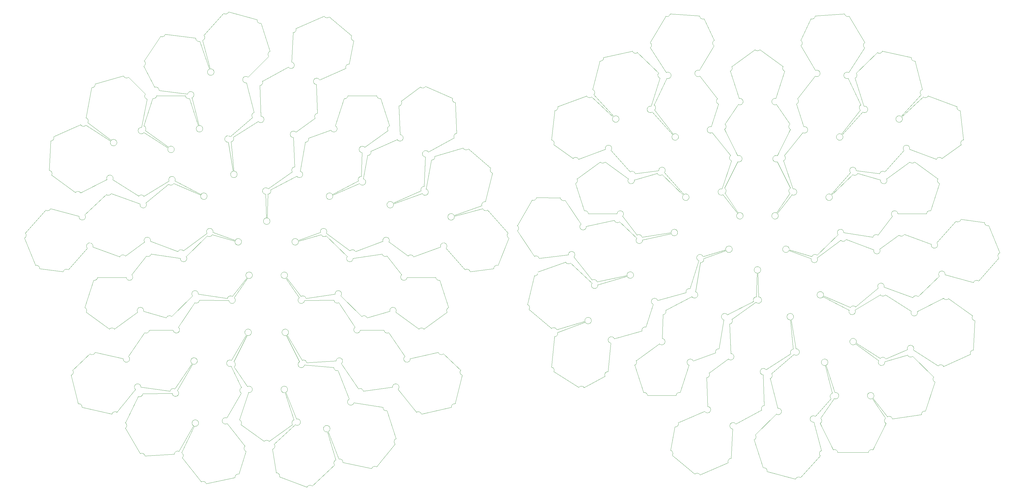
<source format=gbr>
%TF.GenerationSoftware,KiCad,Pcbnew,8.0.5*%
%TF.CreationDate,2024-10-17T15:54:23-04:00*%
%TF.ProjectId,orb_generated,6f72625f-6765-46e6-9572-617465642e6b,rev?*%
%TF.SameCoordinates,Original*%
%TF.FileFunction,Profile,NP*%
%FSLAX46Y46*%
G04 Gerber Fmt 4.6, Leading zero omitted, Abs format (unit mm)*
G04 Created by KiCad (PCBNEW 8.0.5) date 2024-10-17 15:54:23*
%MOMM*%
%LPD*%
G01*
G04 APERTURE LIST*
%TA.AperFunction,Profile*%
%ADD10C,0.050000*%
%TD*%
G04 APERTURE END LIST*
D10*
X8546000Y26624000D02*
X514000Y20902000D01*
X175608087Y19382380D02*
G75*
G02*
X175729055Y21168433I698413J849820D01*
G01*
X-13192000Y-15882000D02*
X-22946000Y-14428000D01*
X151591087Y49364380D02*
X149151087Y41792380D01*
X-21943000Y-77550000D02*
G75*
G02*
X-20290001Y-78147000I601808J-920636D01*
G01*
X-10907000Y-15668000D02*
G75*
G02*
X-12701999Y-16608000I-698376J-850241D01*
G01*
X143888087Y-13649620D02*
X145520087Y-3924620D01*
X-33668000Y-22408000D02*
G75*
G02*
X-31932000Y-21971000I1024099J-401608D01*
G01*
X216868087Y-15626620D02*
X207209087Y-12122620D01*
X-57554000Y-34049000D02*
X-48164000Y-36121000D01*
X27962000Y100000D02*
G75*
G02*
X29774029Y-155986I820700J-731900D01*
G01*
X-47464000Y-57706000D02*
G75*
G02*
X-47400000Y-59535000I-578592J-935866D01*
G01*
X187425087Y-38450620D02*
X189814087Y-47765620D01*
X213992087Y5608380D02*
G75*
G02*
X212168125Y5353413I-994987J466320D01*
G01*
X113662087Y34219380D02*
X104647087Y30870380D01*
X-18272000Y5532000D02*
G75*
G02*
X-20008000Y5094000I-1024776J402378D01*
G01*
X-40168000Y51005000D02*
G75*
G02*
X-40711000Y52766000I303410J1057772D01*
G01*
X-25954000Y51236000D02*
G75*
G02*
X-27293000Y52209000I-243136J1073243D01*
G01*
X125937087Y-26790620D02*
X116695087Y-29450620D01*
X179216087Y70814380D02*
X182624087Y78002380D01*
X233002087Y10644380D02*
G75*
G02*
X231277120Y9998424I-1073087J239420D01*
G01*
X175729087Y40873380D02*
X171333087Y32046380D01*
X245698087Y-2346620D02*
G75*
G02*
X245997060Y-614567I803013J753220D01*
G01*
X-71461000Y38416000D02*
X-62458000Y42441000D01*
X113588087Y29909380D02*
X121368087Y24257380D01*
X59330000Y-34540000D02*
G75*
G02*
X57553993Y-34049002I-727600J825700D01*
G01*
X23286000Y-36914000D02*
G75*
G02*
X25081031Y-37798038I1099200J-32500D01*
G01*
X104746087Y-45798620D02*
G75*
G02*
X106535125Y-45851594I875613J-664980D01*
G01*
X209987087Y11660380D02*
X205110087Y5375380D01*
X146778087Y78002380D02*
G75*
G02*
X145299108Y79011380I-378987J1032920D01*
G01*
X187425087Y-38450620D02*
G75*
G02*
X187683090Y-38375626I-175687J1085720D01*
G01*
X171355087Y12644380D02*
X176232087Y18929380D01*
X-60634000Y42300000D02*
G75*
G02*
X-62458000Y42441000I-864902J679767D01*
G01*
X-26556000Y52753000D02*
G75*
G02*
X-25113000Y51479999I1074178J-236725D01*
G01*
X-80997000Y6061000D02*
G75*
G02*
X-81296000Y4329000I-802967J-753190D01*
G01*
X106791087Y-23578620D02*
G75*
G02*
X106882078Y-23846624I1078513J216720D01*
G01*
X29273000Y-50973000D02*
X39015000Y-52502000D01*
X-6875000Y-28199000D02*
X-11885000Y-36693000D01*
X116478087Y45235380D02*
G75*
G02*
X116277094Y45036375I666913J-874580D01*
G01*
X-38748000Y-995000D02*
X-28994000Y-2448000D01*
X107261087Y8308380D02*
X116667087Y10307380D01*
X117569087Y12565380D02*
X107953087Y12565380D01*
X153794087Y42659380D02*
G75*
G02*
X153673090Y40873376I-698487J-849780D01*
G01*
X51113000Y-26195000D02*
G75*
G02*
X52768000Y-26195000I827500J-725508D01*
G01*
X11531000Y-15215000D02*
G75*
G02*
X13191998Y-15882001I592330J-926600D01*
G01*
X-12762000Y80333000D02*
G75*
G02*
X-14453000Y79834001I-1031291J380106D01*
G01*
X173820087Y60420380D02*
X170848087Y51274380D01*
X-12920000Y36544000D02*
X-11288000Y26819000D01*
X190655087Y-47521620D02*
X187683087Y-38375620D01*
X184739087Y-2255620D02*
X192663087Y3614380D01*
X109368087Y54277380D02*
X111833087Y63825380D01*
X156356087Y-59791620D02*
G75*
G02*
X157428068Y-58093632I156113J1088820D01*
G01*
X29273000Y-50973000D02*
G75*
G02*
X27710018Y-49723036I-1066900J268100D01*
G01*
X-28526000Y-67750000D02*
X-24336000Y-58823000D01*
X22982000Y42090000D02*
X25954000Y51236000D01*
X-40168000Y51005000D02*
X-41965000Y41558000D01*
X-42968000Y18436000D02*
G75*
G02*
X-41210000Y18417000I871848J-671247D01*
G01*
X207669087Y-14721620D02*
G75*
G02*
X205911036Y-14702658I-871887J671320D01*
G01*
X8345000Y63506000D02*
G75*
G02*
X7273005Y61808003I-156130J-1088820D01*
G01*
X184739087Y-2255620D02*
G75*
G02*
X182735010Y-2550600I-939587J-571780D01*
G01*
X154069087Y401380D02*
G75*
G02*
X154152090Y145381I1080013J208720D01*
G01*
X34985000Y33568000D02*
G75*
G02*
X33848003Y32118032I-1041600J-354000D01*
G01*
X224898087Y2802380D02*
G75*
G02*
X223032115Y2328373I-801787J-753480D01*
G01*
X20376000Y-60752000D02*
G75*
G02*
X20642995Y-60659991I-222000J1077600D01*
G01*
X-32439000Y-47030000D02*
X-42214000Y-45729000D01*
X165086087Y-15372620D02*
X164836087Y-7421620D01*
X182973087Y-1817620D02*
X175333087Y401380D01*
X-22475000Y70436000D02*
X-19224000Y61126000D01*
X140705087Y-13912620D02*
X131204087Y-16551620D01*
X-51932000Y-54727000D02*
X-61966000Y-52513000D01*
X31932000Y-21971000D02*
G75*
G02*
X33667995Y-22408002I711900J-838600D01*
G01*
X201939087Y-67674620D02*
X191664087Y-67674620D01*
X-46376000Y-35408000D02*
X-40991000Y-27441000D01*
X40358000Y-53645000D02*
G75*
G02*
X39014988Y-52501999I-245800J1071700D01*
G01*
X132735087Y-29332620D02*
G75*
G02*
X131773105Y-31149604I-134987J-1091680D01*
G01*
X89854087Y-1746620D02*
G75*
G02*
X91452094Y-2478618I522613J-969380D01*
G01*
X2517000Y-64874000D02*
X9523000Y-58288000D01*
X-6875000Y-28199000D02*
G75*
G02*
X-6632000Y-28332000I645376J890657D01*
G01*
X-72498000Y14254000D02*
G75*
G02*
X-74182000Y13750001I-1031687J381797D01*
G01*
X225760087Y22683380D02*
X222788087Y13537380D01*
X102020087Y-4051620D02*
X109184087Y-10827620D01*
X43089000Y-64819000D02*
G75*
G02*
X43420002Y-63019004I766010J789570D01*
G01*
X150634087Y-34203620D02*
X143149087Y-36899620D01*
X97670087Y-27366620D02*
X106882087Y-23846620D01*
X129997087Y49098380D02*
G75*
G02*
X130186058Y47351410I-563687J-944680D01*
G01*
X-61030000Y12183000D02*
X-53887000Y18981000D01*
X30835000Y-46310000D02*
G75*
G02*
X32438997Y-47030001I531100J-963500D01*
G01*
X51791000Y20273000D02*
G75*
G02*
X52779999Y21726028I1041500J354200D01*
G01*
X126453087Y-47521620D02*
G75*
G02*
X127792091Y-48494620I243113J-1073280D01*
G01*
X61966000Y-52513000D02*
X51932000Y-54727000D01*
X14067000Y37918000D02*
X21552000Y40614000D01*
X224755087Y30870380D02*
X215740087Y34219380D01*
X-31183000Y22699000D02*
G75*
G02*
X-32929000Y22453000I-964709J527911D01*
G01*
X185894087Y-56136620D02*
G75*
G02*
X185774057Y-57922572I-696787J-850180D01*
G01*
X-10549000Y3569000D02*
G75*
G02*
X-10632000Y3313000I996992J-464699D01*
G01*
X123993087Y-36801620D02*
X131773087Y-31149620D01*
X13555000Y-79279000D02*
G75*
G02*
X15277003Y-78928996I992550J-472210D01*
G01*
X213871087Y33760380D02*
X207437087Y26614380D01*
X-11028000Y-37159000D02*
G75*
G02*
X-10907000Y-38944999I-577507J-936224D01*
G01*
X66576000Y-6284000D02*
G75*
G02*
X68300984Y-6930004I651800J-885600D01*
G01*
X-41105000Y63901000D02*
G75*
G02*
X-41210000Y62115000I-690488J-855492D01*
G01*
X-52768000Y-26195000D02*
G75*
G02*
X-51113000Y-26195000I827500J-725508D01*
G01*
X60547000Y-20543000D02*
G75*
G02*
X61058988Y-18968971I945000J562900D01*
G01*
X-43333000Y-20543000D02*
X-51113000Y-26195000D01*
X191745087Y5528380D02*
X184709087Y-1379620D01*
X-42968000Y18436000D02*
X-51644000Y23939000D01*
X-49291000Y-1894000D02*
G75*
G02*
X-47467000Y-1639000I995013J-466285D01*
G01*
X145357087Y58762380D02*
X151270087Y51178380D01*
X-22724000Y42165000D02*
G75*
G02*
X-22982000Y42090000I175707J-1085692D01*
G01*
X87494087Y-17946620D02*
X89781087Y-8354620D01*
X60547000Y-20543000D02*
X52768000Y-26195000D01*
X147994087Y-52190620D02*
X147668087Y-42579620D01*
X-64182000Y19678000D02*
X-72169000Y25462000D01*
X146667087Y-2550620D02*
G75*
G02*
X145520090Y-3924579I-1064387J-277180D01*
G01*
X171333087Y29995380D02*
G75*
G02*
X171333101Y32046415I-398687J1025520D01*
G01*
X207830087Y-57922620D02*
X203433087Y-66749620D01*
X171138087Y49239380D02*
X175608087Y42659380D01*
X-52193000Y37172000D02*
X-60044000Y43141000D01*
X242308087Y8530380D02*
G75*
G02*
X240892045Y9624382I-316387J1053920D01*
G01*
X34985000Y33568000D02*
X43770000Y37479000D01*
X9847000Y74800000D02*
G75*
G02*
X8846999Y73355019I-1044600J-345600D01*
G01*
X216868087Y-15626620D02*
G75*
G02*
X218588102Y-15266603I995513J-467380D01*
G01*
X217569087Y63825380D02*
X220034087Y54277380D01*
X-61059000Y-18969000D02*
G75*
G02*
X-60547000Y-20543000I-433072J-1011145D01*
G01*
X109231087Y-9731620D02*
X103096087Y-2011620D01*
X197629087Y-31149620D02*
X205409087Y-36801620D01*
X-20038000Y5970000D02*
G75*
G02*
X-18034001Y6265000I939543J571782D01*
G01*
X107261087Y8308380D02*
G75*
G02*
X105479088Y9035379I-1092487J-130380D01*
G01*
X203238087Y-49556620D02*
X207709087Y-56136620D01*
X72194000Y15235000D02*
G75*
G02*
X73420007Y16593047I1066300J269800D01*
G01*
X224264087Y-43989620D02*
G75*
G02*
X223846048Y-42282588I432913J1010720D01*
G01*
X45178000Y50386000D02*
G75*
G02*
X44384002Y48722982I-939700J-572400D01*
G01*
X186719087Y-15308620D02*
G75*
G02*
X186838089Y-15057621I-926387J592920D01*
G01*
X10632000Y3313000D02*
G75*
G02*
X10549000Y3569000I-1080000J-208700D01*
G01*
X31409000Y-26556000D02*
X39364000Y-26575000D01*
X123393087Y23904380D02*
G75*
G02*
X121368118Y24257362I-1079887J-210180D01*
G01*
X-11178000Y38256000D02*
G75*
G02*
X-11952000Y36671001I-979865J-502987D01*
G01*
X-32928000Y34864000D02*
G75*
G02*
X-33079000Y34641000I828302J-723491D01*
G01*
X185764087Y-68801620D02*
X179154087Y-76119620D01*
X-6654000Y-8930000D02*
G75*
G02*
X-6437000Y-9088000I751129J803598D01*
G01*
X31409000Y-26556000D02*
G75*
G02*
X29624958Y-25594947I-1095500J102800D01*
G01*
X24179000Y-17375000D02*
X29625000Y-25595000D01*
X44784000Y39115000D02*
G75*
G02*
X43769994Y37478997I-53800J-1098900D01*
G01*
X704000Y65408000D02*
X-6279000Y58445000D01*
X9847000Y74800000D02*
X19265000Y78906000D01*
X156155087Y-22909620D02*
G75*
G02*
X155352088Y-24553624I-948387J-554880D01*
G01*
X137408087Y-48494620D02*
X127792087Y-48494620D01*
X47467000Y-1639000D02*
G75*
G02*
X49291022Y-1893990I829000J-721300D01*
G01*
X126131087Y3749380D02*
G75*
G02*
X124180032Y4295424I-1091087J-139880D01*
G01*
X128701087Y70016380D02*
G75*
G02*
X128741096Y68259369I-641987J-893580D01*
G01*
X29165000Y70636000D02*
X27697000Y62817000D01*
X126131087Y3749380D02*
X135757087Y5889380D01*
X6147000Y-47560000D02*
X9119000Y-56706000D01*
X137408087Y-48494620D02*
G75*
G02*
X138747086Y-47521626I1095813J-100180D01*
G01*
X65616000Y-41720000D02*
G75*
G02*
X65113972Y-40001978I362200J1038200D01*
G01*
X-68301000Y-6930000D02*
G75*
G02*
X-66576000Y-6284001I1073163J-239530D01*
G01*
X113662087Y34219380D02*
G75*
G02*
X115531139Y33760332I1061613J287920D01*
G01*
X40409000Y-1661000D02*
X45286000Y-7946000D01*
X158069087Y32046380D02*
X153673087Y40873380D01*
X-60673000Y44782000D02*
X-58753000Y54875000D01*
X16707000Y55905000D02*
X17033000Y46294000D01*
X123393087Y23904380D02*
X131033087Y26122380D01*
X91003087Y-6992620D02*
X100294087Y-3687620D01*
X197471087Y-19802620D02*
X205911087Y-14702620D01*
X6632000Y-28332000D02*
X11028000Y-37159000D01*
X53346000Y55321000D02*
G75*
G02*
X51567029Y55126026I-959200J538600D01*
G01*
X26549000Y61376000D02*
X17734000Y57532000D01*
X177621087Y-32829620D02*
X175989087Y-23104620D01*
X208034087Y24257380D02*
G75*
G02*
X206009099Y23904378I-945087J-563180D01*
G01*
X164566087Y-7421620D02*
G75*
G02*
X164836087Y-7421620I135000J1091843D01*
G01*
X42508000Y15837000D02*
X52167000Y19341000D01*
X11885000Y-36693000D02*
G75*
G02*
X13443000Y-37520000I470600J-994500D01*
G01*
X11885000Y-36693000D02*
X6875000Y-28199000D01*
X125937087Y-26790620D02*
G75*
G02*
X127263092Y-25511597I1079013J208220D01*
G01*
X22137000Y18772000D02*
X31183000Y22699000D01*
X163363087Y-16888620D02*
G75*
G02*
X164316085Y-15372590I1019113J416920D01*
G01*
X-40536000Y16177000D02*
G75*
G02*
X-42508000Y15837000I-908383J-620179D01*
G01*
X20376000Y-60752000D02*
X23219000Y-70194000D01*
X132769087Y25685380D02*
G75*
G02*
X131033104Y26122387I-711887J838620D01*
G01*
X175879087Y-34541620D02*
X167560087Y-39836620D01*
X74182000Y13750000D02*
G75*
G02*
X72498017Y14254006I-652300J885800D01*
G01*
X-41219000Y42090000D02*
X-38248000Y51236000D01*
X141719087Y-38375620D02*
X138747087Y-47521620D01*
X63335000Y49841000D02*
G75*
G02*
X62348063Y51295979I55700J1100000D01*
G01*
X101236087Y-1253620D02*
X91452087Y-2478620D01*
X30763000Y23580000D02*
G75*
G02*
X31714999Y25096011I1017600J417900D01*
G01*
X178132087Y51178380D02*
G75*
G02*
X177811072Y49364415I-751587J-802380D01*
G01*
X-11178000Y38256000D02*
X-2859000Y43551000D01*
X-63225000Y-51287000D02*
X-65616000Y-41720000D01*
X18034000Y6265000D02*
G75*
G02*
X20038006Y5969997I1064460J276780D01*
G01*
X207434087Y-37155620D02*
G75*
G02*
X205409123Y-36801642I-1079987J-209180D01*
G01*
X27293000Y52209000D02*
G75*
G02*
X25954000Y51235999I-1095790J100140D01*
G01*
X-65114000Y-40002000D02*
G75*
G02*
X-65616000Y-41720001I-864163J-679834D01*
G01*
X-13240000Y-57968000D02*
G75*
G02*
X-13381000Y-56049000I-602077J920442D01*
G01*
X225731087Y-8468620D02*
X218588087Y-15266620D01*
X149513087Y39799380D02*
X155649087Y32079380D01*
X-1914000Y76505000D02*
G75*
G02*
X-3240000Y77767000I-241724J1073640D01*
G01*
X-25081000Y-37798000D02*
X-30835000Y-46310000D01*
X11288000Y26819000D02*
X12920000Y36544000D01*
X143888087Y-13649620D02*
G75*
G02*
X142683089Y-15308619I-280087J-1063680D01*
G01*
X184170087Y60682380D02*
G75*
G02*
X184045046Y58762316I469513J-994680D01*
G01*
X237199087Y-10539620D02*
G75*
G02*
X238883115Y-10035582I1031713J-381780D01*
G01*
X-25954000Y51236000D02*
X-22982000Y42090000D01*
X208333087Y-55683620D02*
X203456087Y-49398620D01*
X-26556000Y52753000D02*
X-36096000Y53964000D01*
X-22018000Y19023000D02*
X-30763000Y23580000D01*
X12702000Y-16608000D02*
X22563000Y-16516000D01*
X166615087Y-72790620D02*
X163583087Y-63407620D01*
X62900000Y38044000D02*
G75*
G02*
X63762000Y39576001I1007900J441400D01*
G01*
X205901087Y-36077620D02*
X197780087Y-30926620D01*
X191745087Y5528380D02*
G75*
G02*
X193695097Y6162379I851613J696520D01*
G01*
X-827000Y-63932000D02*
X-8607000Y-58280000D01*
X-13240000Y-57968000D02*
X-7269000Y-65506000D01*
X-46340000Y58387000D02*
X-40711000Y52766000D01*
X-36909000Y52209000D02*
G75*
G02*
X-38248000Y51235999I-1095865J100244D01*
G01*
X185764087Y-68801620D02*
G75*
G02*
X186194076Y-67023590I807113J745820D01*
G01*
X132735087Y-29332620D02*
X132986087Y-21381620D01*
X1338000Y20603000D02*
X10083000Y25160000D01*
X148475087Y-40922620D02*
G75*
G02*
X147668088Y-42579628I-944387J-565080D01*
G01*
X213871087Y33760380D02*
G75*
G02*
X215740061Y34219387I807413J746920D01*
G01*
X-32439000Y-47030000D02*
G75*
G02*
X-30835000Y-46310000I1072936J-243586D01*
G01*
X120935087Y-8189620D02*
G75*
G02*
X121002094Y-8459617I1092913J127920D01*
G01*
X-13192000Y-15882000D02*
G75*
G02*
X-11531000Y-15215000I1068665J-259592D01*
G01*
X-29774000Y-156000D02*
G75*
G02*
X-27962000Y100000I991317J-475884D01*
G01*
X222044087Y52126380D02*
X231675087Y48547380D01*
X135000Y11136000D02*
X385000Y19087000D01*
X163997087Y-61693620D02*
G75*
G02*
X163583085Y-63407616I-845887J-702680D01*
G01*
X175250087Y145380D02*
X182735087Y-2550620D01*
X175729087Y40873380D02*
G75*
G02*
X175608092Y42659374I577513J936220D01*
G01*
X153413087Y-23104620D02*
X151781087Y-32829620D01*
X143697087Y-74940620D02*
X136139087Y-68606620D01*
X1338000Y20603000D02*
G75*
G02*
X385000Y19087001I-1019160J-416868D01*
G01*
X131951087Y58068380D02*
X128991087Y48661380D01*
X41308000Y-20190000D02*
X33668000Y-22408000D01*
X31966000Y33047000D02*
X31715000Y25096000D01*
X147994087Y-52190620D02*
G75*
G02*
X146967161Y-53817579I-62887J-1097880D01*
G01*
X140007087Y18967380D02*
X133476087Y26356380D01*
X221449087Y12565380D02*
G75*
G02*
X222788088Y13537385I1094513J-99480D01*
G01*
X20008000Y5094000D02*
G75*
G02*
X18272027Y5532010I-711200J840400D01*
G01*
X219748087Y-54896620D02*
X209994087Y-56350620D01*
X207669087Y-14721620D02*
X216345087Y-20224620D01*
X123993087Y-36801620D02*
G75*
G02*
X123482077Y-38375596I-945787J-562880D01*
G01*
X180251087Y41792380D02*
G75*
G02*
X179889141Y39799463I240913J-1073080D01*
G01*
X124486087Y66688380D02*
G75*
G02*
X122727098Y67191383I-711687J838320D01*
G01*
X124292087Y5375380D02*
X119415087Y11660380D01*
X175250087Y145380D02*
G75*
G02*
X175333092Y401379I-996987J464720D01*
G01*
X205721087Y692380D02*
G75*
G02*
X203713040Y420393I-946487J-560780D01*
G01*
X104154087Y24257380D02*
G75*
G02*
X103642086Y22683383I-944987J-562880D01*
G01*
X138152087Y-57661620D02*
G75*
G02*
X137004092Y-59102570I-1044687J-345480D01*
G01*
X-60673000Y44782000D02*
G75*
G02*
X-60044000Y43141000I-303142J-1057244D01*
G01*
X163997087Y-61693620D02*
X170980087Y-54730620D01*
X228883087Y-15963620D02*
X236870087Y-21747620D01*
X193111087Y39070380D02*
G75*
G02*
X192898084Y39248375I-806087J-748180D01*
G01*
X195147087Y57993380D02*
G75*
G02*
X195278049Y59996308I-383487J1030820D01*
G01*
X12702000Y-16608000D02*
G75*
G02*
X10907002Y-15668002I-1096600J89800D01*
G01*
X95603087Y37354380D02*
X96649087Y47159380D01*
X95550087Y-26016620D02*
X88042087Y-19623620D01*
X53462000Y20867000D02*
X55275000Y30560000D01*
X224264087Y-43989620D02*
X221089087Y-53761620D01*
X-385000Y19087000D02*
X-135000Y11136000D01*
X58087000Y-9823000D02*
X61059000Y-18969000D01*
X148475087Y-40922620D02*
X154900087Y-36231620D01*
X171355087Y12644380D02*
G75*
G02*
X171138084Y12802375I-751087J-803580D01*
G01*
X-29625000Y-25595000D02*
G75*
G02*
X-31408999Y-26556000I-688544J-858195D01*
G01*
X153170087Y18929380D02*
G75*
G02*
X152831097Y20926422I-592487J926720D01*
G01*
X200411087Y48661380D02*
X197451087Y58068380D01*
X136504087Y39248380D02*
G75*
G02*
X136291087Y39070380I593113J-926180D01*
G01*
X-32928000Y34864000D02*
X-40708000Y40516000D01*
X40991000Y-27441000D02*
G75*
G02*
X39363990Y-26575001I-530500J964700D01*
G01*
X22946000Y-14428000D02*
G75*
G02*
X24896012Y-15062010I1098200J61900D01*
G01*
X-18954000Y61209000D02*
G75*
G02*
X-19224000Y61126000I185558J-1084278D01*
G01*
X236162087Y-34701620D02*
X227159087Y-38726620D01*
X153673087Y21168380D02*
G75*
G02*
X153794036Y19382443I-577587J-936180D01*
G01*
X158069087Y32046380D02*
G75*
G02*
X158069101Y29995415I398713J-1025480D01*
G01*
X81296000Y4329000D02*
X77607000Y-4816000D01*
X50274000Y-54145000D02*
G75*
G02*
X51931992Y-54727003I610200J-914300D01*
G01*
X218345087Y-20317620D02*
G75*
G02*
X216345136Y-20224645I-1021187J-409780D01*
G01*
X-52167000Y19341000D02*
X-42508000Y15837000D01*
X6437000Y-9088000D02*
G75*
G02*
X6654000Y-8930000I-534130J961600D01*
G01*
X153413087Y-23104620D02*
G75*
G02*
X154618171Y-21445566I279713J1064020D01*
G01*
X-72498000Y14254000D02*
X-62977000Y11688000D01*
X-42390000Y-68029000D02*
G75*
G02*
X-40832000Y-68856000I470593J-994514D01*
G01*
X135707087Y6162380D02*
G75*
G02*
X135757084Y5889379I1098613J60120D01*
G01*
X169482087Y-41170620D02*
G75*
G02*
X168957076Y-42847590I-893687J-640880D01*
G01*
X146778087Y78002380D02*
X150186087Y70814380D01*
X198369087Y26122380D02*
X206009087Y23904380D01*
X72194000Y15235000D02*
X62893000Y11958000D01*
X208034087Y24257380D02*
X215814087Y29909380D01*
X-41105000Y63901000D02*
X-35633000Y72105000D01*
X-4781000Y44885000D02*
X-12239000Y38433000D01*
X195884087Y-18984620D02*
G75*
G02*
X197630096Y-18738611I964713J-527880D01*
G01*
X-43333000Y-20543000D02*
G75*
G02*
X-41308000Y-20190000I945091J563196D01*
G01*
X14067000Y37918000D02*
G75*
G02*
X12920000Y36544003I-1064400J-277200D01*
G01*
X39012000Y3294000D02*
X29774000Y-156000D01*
X-36909000Y52209000D02*
X-27293000Y52209000D01*
X209987087Y11660380D02*
G75*
G02*
X211833153Y12565386I750413J804620D01*
G01*
X131577087Y27061380D02*
G75*
G02*
X133476106Y26356362I1098913J49920D01*
G01*
X158554087Y51274380D02*
X155582087Y60420380D01*
X9943000Y-56409000D02*
X6400000Y-47469000D01*
X-60634000Y42300000D02*
X-52356000Y36941000D01*
X8546000Y26624000D02*
G75*
G02*
X9349004Y28267971I948300J554900D01*
G01*
X59330000Y-34540000D02*
X65114000Y-40002000D01*
X44784000Y39115000D02*
X44384000Y48723000D01*
X109231087Y-9731620D02*
G75*
G02*
X110885116Y-10326611I602913J-920480D01*
G01*
X-21063000Y72516000D02*
G75*
G02*
X-21493000Y70738000I-807230J-745772D01*
G01*
X-827000Y-63932000D02*
G75*
G02*
X827000Y-63932000I827000J-724405D01*
G01*
X218345087Y-20317620D02*
X227125087Y-15828620D01*
X9943000Y-56409000D02*
G75*
G02*
X9522996Y-58288004I310020J-1055740D01*
G01*
X203238087Y-49556620D02*
G75*
G02*
X203456094Y-49398628I-531587J962920D01*
G01*
X109081087Y51779380D02*
X116277087Y45036380D01*
X-60197000Y912000D02*
G75*
G02*
X-58330999Y1386000I801791J753533D01*
G01*
X150104087Y68973380D02*
G75*
G02*
X150186068Y70814413I640513J893820D01*
G01*
X18034000Y6265000D02*
X10549000Y3569000D01*
X-6809000Y56514000D02*
G75*
G02*
X-6279001Y58444999I-174891J1086236D01*
G01*
X53462000Y20867000D02*
G75*
G02*
X52167026Y19341012I-299500J-1058300D01*
G01*
X-41573000Y-47944000D02*
X-31712000Y-47852000D01*
X-11969000Y-38717000D02*
G75*
G02*
X-11885000Y-36692999I-386862J1029799D01*
G01*
X221449087Y12565380D02*
X211833087Y12565380D01*
X-11013000Y26855000D02*
X-11952000Y36671000D01*
X158264087Y12802380D02*
G75*
G02*
X158047087Y12644380I534113J-961580D01*
G01*
X109368087Y54277380D02*
G75*
G02*
X109812117Y52502353I-369887J-1035580D01*
G01*
X213125087Y45036380D02*
X220321087Y51779380D01*
X-37603000Y55024000D02*
X-41210000Y62115000D01*
X24179000Y-17375000D02*
G75*
G02*
X22563012Y-16515999I-521800J967900D01*
G01*
X48164000Y-36121000D02*
X57554000Y-34049000D01*
X225760087Y22683380D02*
G75*
G02*
X225248052Y24257401I433213J1011220D01*
G01*
X145357087Y58762380D02*
G75*
G02*
X145232053Y60682308I-594487J925320D01*
G01*
X149513087Y39799380D02*
G75*
G02*
X149151067Y41792291I-602887J919820D01*
G01*
X178132087Y51178380D02*
X184045087Y58762380D01*
X186719087Y-15308620D02*
X195464087Y-19865620D01*
X115465087Y-30930620D02*
G75*
G02*
X116695133Y-29450602I205313J1080520D01*
G01*
X197879087Y59779380D02*
X204916087Y66688380D01*
X203449087Y4709380D02*
X193695087Y6162380D01*
X-40536000Y16177000D02*
X-32929000Y22453000D01*
X21004000Y78655000D02*
G75*
G02*
X19265023Y78906013I-774900J780800D01*
G01*
X166627087Y-41607620D02*
X166975087Y-51875620D01*
X50274000Y-54145000D02*
X44079000Y-46473000D01*
X39012000Y3294000D02*
G75*
G02*
X41019996Y3022002I1061540J288800D01*
G01*
X-41200000Y39792000D02*
G75*
G02*
X-41965000Y41558001I-871563J671147D01*
G01*
X66576000Y-6284000D02*
X60197000Y912000D01*
X-63225000Y-51287000D02*
G75*
G02*
X-61966000Y-52513000I167590J-1087343D01*
G01*
X135462087Y79694380D02*
X145299087Y79011380D01*
X217569087Y63825380D02*
G75*
G02*
X216301065Y65051383I-176087J1086620D01*
G01*
X129997087Y49098380D02*
X134255087Y57993380D01*
X-1914000Y76505000D02*
X1118000Y67122000D01*
X190655087Y-47521620D02*
G75*
G02*
X190365087Y-49556620I242913J-1072780D01*
G01*
X63335000Y49841000D02*
X63762000Y39576000D01*
X171510087Y-52799620D02*
X168957087Y-42847620D01*
X237661087Y-23398620D02*
G75*
G02*
X236870051Y-21747599I155513J1089520D01*
G01*
X-29625000Y-25595000D02*
X-24179000Y-17375000D01*
X171138087Y49239380D02*
G75*
G02*
X170848091Y51274399I-532987J962220D01*
G01*
X100155087Y17043380D02*
G75*
G02*
X98535136Y17922384I-523087J968220D01*
G01*
X177621087Y-32829620D02*
G75*
G02*
X176940101Y-34718606I82213J-1096880D01*
G01*
X95610087Y-38990620D02*
G75*
G02*
X96386084Y-40567619I-206387J-1080980D01*
G01*
X134124087Y59996380D02*
X128741087Y68259380D01*
X58331000Y1386000D02*
X49291000Y-1894000D01*
X90580087Y18002380D02*
X98535087Y17922380D01*
X58087000Y-9823000D02*
G75*
G02*
X56747972Y-8851003I-244500J1071500D01*
G01*
X136504087Y39248380D02*
X130186087Y47351380D01*
X150104087Y68973380D02*
X145232087Y60682380D01*
X22946000Y-14428000D02*
X13192000Y-15882000D01*
X173820087Y60420380D02*
G75*
G02*
X173308052Y61994401I433213J1011220D01*
G01*
X166615087Y-72790620D02*
G75*
G02*
X167941119Y-74052626I241713J-1073680D01*
G01*
X154854087Y-71085620D02*
X145436087Y-75191620D01*
X42214000Y-45729000D02*
X32439000Y-47030000D01*
X135000Y11136000D02*
G75*
G02*
X-135000Y11136000I-135000J-1091843D01*
G01*
X-25081000Y-37798000D02*
G75*
G02*
X-24846000Y-37945000I696078J851438D01*
G01*
X245698087Y-2346620D02*
X238883087Y-10035620D01*
X-9119000Y-56706000D02*
X-6147000Y-47560000D01*
X-8573000Y-47721000D02*
G75*
G02*
X-8505000Y-45879000I634474J898833D01*
G01*
X-45286000Y-7946000D02*
X-40409000Y-1661000D01*
X-77607000Y-4816000D02*
X-81296000Y4329000D01*
X28994000Y-2448000D02*
X38748000Y-995000D01*
X-44079000Y-46473000D02*
X-50274000Y-54145000D01*
X-57565000Y56170000D02*
X-48072000Y58839000D01*
X120935087Y-8189620D02*
X110885087Y-10326620D01*
X-77607000Y-4816000D02*
G75*
G02*
X-76191000Y-5910000I316437J-1053813D01*
G01*
X118439087Y9802380D02*
G75*
G02*
X116667107Y10307386I-721087J831120D01*
G01*
X205706087Y25981380D02*
X197825087Y27061380D01*
X-22563000Y-16516000D02*
G75*
G02*
X-24179000Y-17375001I-1094199J108913D01*
G01*
X-6437000Y-45525000D02*
G75*
G02*
X-6147000Y-47560000I533026J-962204D01*
G01*
X150634087Y-34203620D02*
G75*
G02*
X151781090Y-32829584I1064413J277220D01*
G01*
X197879087Y59779380D02*
G75*
G02*
X197451069Y58068423I-852387J-695780D01*
G01*
X194475087Y3870380D02*
G75*
G02*
X192663130Y3614418I-991287J475920D01*
G01*
X111129087Y-11301620D02*
X121002087Y-8459620D01*
X190170087Y-66749620D02*
X185774087Y-57922620D01*
X116478087Y45235380D02*
X109812087Y52502380D01*
X207434087Y-37155620D02*
X215074087Y-34936620D01*
X-8573000Y-47721000D02*
X-13381000Y-56049000D01*
X106791087Y-23578620D02*
X97340087Y-26394620D01*
X207830087Y-57922620D02*
G75*
G02*
X207709092Y-56136626I577513J936220D01*
G01*
X47467000Y-1639000D02*
X41020000Y3022000D01*
X-41219000Y42090000D02*
G75*
G02*
X-40708000Y40516000I-434704J-1011075D01*
G01*
X135536087Y-66921620D02*
X137004087Y-59102620D01*
X84109087Y8566380D02*
G75*
G02*
X84166130Y6809327I-632287J-899980D01*
G01*
X6437000Y-9088000D02*
X10907000Y-15668000D01*
X3170000Y-74474000D02*
G75*
G02*
X4306007Y-75858002I73190J-1098150D01*
G01*
X126453087Y-47521620D02*
X123482087Y-38375620D01*
X-46376000Y-35408000D02*
G75*
G02*
X-48164001Y-36121000I-696690J-851298D01*
G01*
X42214000Y-45729000D02*
G75*
G02*
X44079033Y-46473034I1099200J45800D01*
G01*
X213992087Y5608380D02*
X223032087Y2328380D01*
X-71461000Y38416000D02*
G75*
G02*
X-72457000Y36961000I-1040921J-355851D01*
G01*
X-27044000Y-1814000D02*
G75*
G02*
X-28994000Y-2448000I-851599J-696545D01*
G01*
X153794087Y42659380D02*
X158264087Y49239380D01*
X205237087Y-12462620D02*
G75*
G02*
X207209151Y-12122637I908413J620220D01*
G01*
X24190000Y-69861000D02*
X20643000Y-60660000D01*
X224755087Y30870380D02*
G75*
G02*
X226581062Y31111359I991613J-475280D01*
G01*
X-39364000Y-26575000D02*
G75*
G02*
X-40991000Y-27441000I-1096532J98747D01*
G01*
X184170087Y60682380D02*
X179298087Y68973380D01*
X106614087Y13537380D02*
G75*
G02*
X107953113Y12565382I244513J-1071480D01*
G01*
X10632000Y3313000D02*
X18272000Y5532000D01*
X-18954000Y61209000D02*
X-21493000Y70738000D01*
X24190000Y-69861000D02*
G75*
G02*
X25584003Y-71048000I300200J-1059500D01*
G01*
X195147087Y57993380D02*
X199405087Y49098380D01*
X237661087Y-23398620D02*
X237158087Y-33246620D01*
X182973087Y-1817620D02*
G75*
G02*
X184709124Y-1379576I1024813J-402380D01*
G01*
X205237087Y-12462620D02*
X197630087Y-18738620D01*
X43089000Y-64819000D02*
X36894000Y-72492000D01*
X156094087Y61994380D02*
X163874087Y67646380D01*
X200411087Y48661380D02*
G75*
G02*
X199986082Y46705373I233813J-1074980D01*
G01*
X189383087Y-49557620D02*
X184120087Y-55522620D01*
X201939087Y-67674620D02*
G75*
G02*
X203433078Y-66749644I1095113J-99780D01*
G01*
X193111087Y39070380D02*
X199986087Y46705380D01*
X16226000Y44637000D02*
G75*
G02*
X17033003Y46293975I944300J565100D01*
G01*
X40708000Y40516000D02*
G75*
G02*
X41218996Y42090008I945800J562900D01*
G01*
X213125087Y45036380D02*
G75*
G02*
X212924089Y45235383I-867887J-675580D01*
G01*
X-9119000Y-56706000D02*
G75*
G02*
X-8607000Y-58280000I-433072J-1011145D01*
G01*
X-29774000Y-156000D02*
X-39012000Y3294000D01*
X190170087Y-66749620D02*
G75*
G02*
X191664096Y-67674619I398813J-1024880D01*
G01*
X-6934000Y-67318000D02*
X-9316000Y-74908000D01*
X87494087Y-17946620D02*
G75*
G02*
X88042064Y-19623603I-350587J-1042580D01*
G01*
X215038087Y-33059620D02*
X207738087Y-36221620D01*
X101236087Y-1253620D02*
G75*
G02*
X103096078Y-2011610I1099613J37220D01*
G01*
X-38748000Y-995000D02*
G75*
G02*
X-40409000Y-1661000I-1068635J260908D01*
G01*
X-46340000Y58387000D02*
G75*
G02*
X-48072000Y58839000I-704140J846224D01*
G01*
X-56748000Y-8851000D02*
G75*
G02*
X-58087000Y-9822999I-1094500J99469D01*
G01*
X-30990000Y-68250000D02*
G75*
G02*
X-29438000Y-67279000I1101005J-33972D01*
G01*
X-21943000Y-77550000D02*
X-28323000Y-69496000D01*
X84109087Y8566380D02*
X89026087Y17114380D01*
X158264087Y12802380D02*
X153794087Y19382380D01*
X-51932000Y-54727000D02*
G75*
G02*
X-50274000Y-54145000I1047779J-332257D01*
G01*
X38248000Y51236000D02*
G75*
G02*
X36908994Y52208999I-243100J1073300D01*
G01*
X233064087Y35722380D02*
X226581087Y31111380D01*
X129739087Y-17950620D02*
X127263087Y-25511620D01*
X-53644000Y24032000D02*
G75*
G02*
X-51644000Y23939000I1021218J409799D01*
G01*
X232753087Y47159380D02*
X233799087Y37354380D01*
X164566087Y-7421620D02*
X164316087Y-15372620D01*
X31966000Y33047000D02*
G75*
G02*
X32928001Y34864001I134940J1091720D01*
G01*
X165086087Y-15372620D02*
G75*
G02*
X164187116Y-17187595I-64487J-1098180D01*
G01*
X35233000Y-73083000D02*
X25584000Y-71048000D01*
X-52167000Y19341000D02*
G75*
G02*
X-53887000Y18981000I-995502J467399D01*
G01*
X-72960000Y27113000D02*
G75*
G02*
X-72169000Y25462000I-155514J-1089493D01*
G01*
X30763000Y23580000D02*
X22018000Y19023000D01*
X-1926000Y45322000D02*
X-2274000Y55590000D01*
X135462087Y79694380D02*
G75*
G02*
X133907066Y78874335I-1086087J175120D01*
G01*
X154854087Y-71085620D02*
G75*
G02*
X155854086Y-69640601I1044613J345620D01*
G01*
X30835000Y-46310000D02*
X25081000Y-37798000D01*
X219590087Y52502380D02*
G75*
G02*
X220034070Y54277428I813713J739520D01*
G01*
X48164000Y-36121000D02*
G75*
G02*
X46376012Y-35408014I-1091300J-138300D01*
G01*
X106614087Y13537380D02*
X103642087Y22683380D01*
X219590087Y52502380D02*
X212924087Y45235380D01*
X128701087Y70016380D02*
X133907087Y78874380D01*
X175714087Y-23140620D02*
X176653087Y-32956620D01*
X97670087Y-27366620D02*
G75*
G02*
X96605087Y-28764562I-1058587J-298180D01*
G01*
X-1400000Y57115000D02*
X7273000Y61808000D01*
X-1400000Y57115000D02*
G75*
G02*
X-2274000Y55589999I-1012315J-432779D01*
G01*
X95550087Y-26016620D02*
G75*
G02*
X97340111Y-26394610I769013J-785680D01*
G01*
X184103087Y79011380D02*
X193940087Y79694380D01*
X195926087Y26356380D02*
G75*
G02*
X197825105Y27061379I800113J754920D01*
G01*
X95603087Y37354380D02*
G75*
G02*
X96338165Y35722334I-216287J-1078980D01*
G01*
X-61059000Y-18969000D02*
X-58087000Y-9823000D01*
X217469087Y29909380D02*
X225248087Y24257380D01*
X113588087Y29909380D02*
G75*
G02*
X111933087Y29909380I-827500J725508D01*
G01*
X124486087Y66688380D02*
X131523087Y59779380D01*
X219748087Y-54896620D02*
G75*
G02*
X221089087Y-53761621I1097313J63220D01*
G01*
X-11969000Y-38717000D02*
X-8505000Y-45879000D01*
X-39364000Y-26575000D02*
X-31409000Y-26556000D01*
X-6654000Y-8930000D02*
X-11531000Y-15215000D01*
X233064087Y35722380D02*
G75*
G02*
X233799085Y37354388I951213J553120D01*
G01*
X156356087Y-59791620D02*
X155854087Y-69640620D01*
X62977000Y11688000D02*
G75*
G02*
X62893003Y11958002I-1083800J-189100D01*
G01*
X141719087Y-38375620D02*
G75*
G02*
X143149090Y-36899619I433613J1010620D01*
G01*
X6147000Y-47560000D02*
G75*
G02*
X6400000Y-47469001I-243060J1072970D01*
G01*
X-1926000Y45322000D02*
G75*
G02*
X-2859000Y43551000I-62974J-1098086D01*
G01*
X-24587000Y-58694000D02*
G75*
G02*
X-24336000Y-58823000I624049J905545D01*
G01*
X151591087Y49364380D02*
G75*
G02*
X151270066Y51178402I430613J1011620D01*
G01*
X176571087Y20926380D02*
X173437087Y30276380D01*
X236162087Y-34701620D02*
G75*
G02*
X237158087Y-33246626I1040813J355920D01*
G01*
X195495087Y78874380D02*
X200701087Y70016380D01*
X41308000Y-20190000D02*
G75*
G02*
X43332984Y-20542991I1079900J210200D01*
G01*
X40358000Y-53645000D02*
X43420000Y-63019000D01*
X-11028000Y-37159000D02*
X-6632000Y-28332000D01*
X-52193000Y37172000D02*
G75*
G02*
X-52356000Y36941000I809535J-744239D01*
G01*
X184103087Y79011380D02*
G75*
G02*
X182624077Y78002353I-1100087J24020D01*
G01*
X51113000Y-26195000D02*
X43333000Y-20543000D01*
X216809087Y-35373620D02*
G75*
G02*
X215074084Y-34936621I-711487J837920D01*
G01*
X-57565000Y56170000D02*
G75*
G02*
X-58753000Y54875000I-1081269J-200492D01*
G01*
X20008000Y5094000D02*
X27044000Y-1814000D01*
X189597087Y18776380D02*
G75*
G02*
X189395085Y18967377I-850587J-697280D01*
G01*
X-10641000Y-76112000D02*
G75*
G02*
X-9316000Y-74908000I1092746J128515D01*
G01*
X97727087Y48547380D02*
X107358087Y52126380D01*
X131577087Y27061380D02*
X123696087Y25981380D01*
X143697087Y-74940620D02*
G75*
G02*
X145436098Y-75191614I774913J-780880D01*
G01*
X97727087Y48547380D02*
G75*
G02*
X96649088Y47159442I-1061587J-288080D01*
G01*
X100155087Y17043380D02*
X105479087Y9035380D01*
X153673087Y21168380D02*
X158069087Y29995380D01*
X-10641000Y-76112000D02*
X-20290000Y-78147000D01*
X102821087Y31111380D02*
X96338087Y35722380D01*
X135536087Y-66921620D02*
G75*
G02*
X136139115Y-68606640I-300287J-1057880D01*
G01*
X154069087Y401380D02*
X146429087Y-1817620D01*
X-68301000Y-6930000D02*
X-76191000Y-5910000D01*
X16707000Y55905000D02*
G75*
G02*
X17734000Y57532000I62930J1097910D01*
G01*
X102821087Y31111380D02*
G75*
G02*
X104647135Y30870403I834413J-716180D01*
G01*
X6632000Y-28332000D02*
G75*
G02*
X6875000Y-28199000I-402380J1023660D01*
G01*
X-47464000Y-57706000D02*
X-43068000Y-48879000D01*
X-6437000Y-45525000D02*
X-10907000Y-38945000D01*
X205721087Y692380D02*
X212168087Y5353380D01*
X-22018000Y19023000D02*
G75*
G02*
X-22137000Y18772000I926432J-592934D01*
G01*
X89854087Y-1746620D02*
X84166087Y6809380D01*
X163363087Y-16888620D02*
X154618087Y-21445620D01*
X115465087Y-30930620D02*
X114534087Y-40501620D01*
X225335087Y-38585620D02*
X217057087Y-33226620D01*
X-45286000Y-7946000D02*
G75*
G02*
X-47132000Y-8851000I-750363J-804641D01*
G01*
X76191000Y-5910000D02*
G75*
G02*
X77606980Y-4816065I1099500J40200D01*
G01*
X45178000Y50386000D02*
X51567000Y55126000D01*
X165528087Y67646380D02*
X173308087Y61994380D01*
X-41573000Y-47944000D02*
G75*
G02*
X-43068000Y-48878999I-1095639J89151D01*
G01*
X102020087Y-4051620D02*
G75*
G02*
X100294056Y-3687634I-727287J825620D01*
G01*
X12689000Y-38287000D02*
G75*
G02*
X11028026Y-37159041I-1083300J191700D01*
G01*
X224898087Y2802380D02*
X231277087Y9998380D01*
X-32770000Y23517000D02*
X-41210000Y18417000D01*
X75736000Y26179000D02*
X73420000Y16593000D01*
X-29983000Y-46843000D02*
X-24846000Y-37945000D01*
X140705087Y-13912620D02*
G75*
G02*
X142021092Y-12640596I1082613J196720D01*
G01*
X225335087Y-38585620D02*
G75*
G02*
X227159104Y-38726610I864913J-679780D01*
G01*
X200661087Y68259380D02*
G75*
G02*
X200701095Y70016369I682013J863420D01*
G01*
X104746087Y-45798620D02*
X96386087Y-40567620D01*
X217469087Y29909380D02*
G75*
G02*
X215814087Y29909380I-827500J725508D01*
G01*
X40708000Y40516000D02*
X32928000Y34864000D01*
X65616000Y-41720000D02*
X63225000Y-51287000D01*
X-41200000Y39792000D02*
X-33079000Y34641000D01*
X42508000Y15837000D02*
G75*
G02*
X42404998Y16093999I-1064500J-277500D01*
G01*
X-34034000Y72835000D02*
G75*
G02*
X-35633000Y72105001I-1073958J236177D01*
G01*
X121965087Y26614380D02*
G75*
G02*
X123696114Y25981386I658913J-881480D01*
G01*
X138152087Y-57661620D02*
X146967087Y-53817620D01*
X76191000Y-5910000D02*
X68301000Y-6930000D01*
X165528087Y67646380D02*
G75*
G02*
X163874087Y67646380I-827000J724405D01*
G01*
X175714087Y-23140620D02*
G75*
G02*
X175989087Y-23104620I-4187J1100320D01*
G01*
X-30990000Y-68250000D02*
X-40832000Y-68856000D01*
X179216087Y70814380D02*
G75*
G02*
X179298066Y68973410I-558487J-947180D01*
G01*
X11531000Y-15215000D02*
X6654000Y-8930000D01*
X197629087Y-31149620D02*
G75*
G02*
X197780094Y-30926624I-828287J723520D01*
G01*
X-22563000Y-16516000D02*
X-12702000Y-16608000D01*
X-31183000Y22699000D02*
X-22137000Y18772000D01*
X129416087Y46705380D02*
X136291087Y39070380D01*
X75736000Y26179000D02*
G75*
G02*
X75193964Y27857026I354600J1041100D01*
G01*
X-72960000Y27113000D02*
X-72457000Y36961000D01*
X124292087Y5375380D02*
G75*
G02*
X125953141Y4709393I592413J-926880D01*
G01*
X-41020000Y3022000D02*
G75*
G02*
X-39012001Y3294000I946457J560800D01*
G01*
X22982000Y42090000D02*
G75*
G02*
X21552037Y40614017I-433600J-1010600D01*
G01*
X111129087Y-11301620D02*
G75*
G02*
X109184144Y-10827665I-1080487J-206280D01*
G01*
X62900000Y38044000D02*
X54264000Y33285000D01*
X-56748000Y-8851000D02*
X-47132000Y-8851000D01*
X208333087Y-55683620D02*
G75*
G02*
X209994107Y-56350615I592313J-926680D01*
G01*
X51791000Y20273000D02*
X42405000Y16094000D01*
X-6934000Y-67318000D02*
G75*
G02*
X-7269001Y-65505999I423858J1015330D01*
G01*
X53205000Y31578000D02*
X52780000Y21726000D01*
X-33668000Y-22408000D02*
X-41308000Y-20190000D01*
X3170000Y-74474000D02*
X1921000Y-66618000D01*
X-37603000Y55024000D02*
G75*
G02*
X-36095999Y53964000I407965J-1021247D01*
G01*
X-10907000Y-15668000D02*
X-6437000Y-9088000D01*
X62977000Y11688000D02*
X72498000Y14254000D01*
X-80997000Y6061000D02*
X-74182000Y13750000D01*
X205706087Y25981380D02*
G75*
G02*
X207437120Y26614425I1072213J-248680D01*
G01*
X-385000Y19087000D02*
G75*
G02*
X514001Y20902000I64517J1098189D01*
G01*
X16226000Y44637000D02*
X9801000Y39946000D01*
X113518087Y-42038620D02*
X106535087Y-45851620D01*
X133938087Y-19865620D02*
G75*
G02*
X132986085Y-21381592I-1017587J-417880D01*
G01*
X144981087Y-3233620D02*
X142021087Y-12640620D01*
X135707087Y6162380D02*
X125953087Y4709380D01*
X205901087Y-36077620D02*
G75*
G02*
X207738081Y-36221623I871613J-670080D01*
G01*
X21004000Y78655000D02*
X28562000Y72321000D01*
X203449087Y4709380D02*
G75*
G02*
X205110045Y5375315I1068613J-260980D01*
G01*
X53205000Y31578000D02*
G75*
G02*
X54264029Y33285020I148000J1090200D01*
G01*
X216809087Y-35373620D02*
X223846087Y-42282620D01*
X67705000Y34273000D02*
G75*
G02*
X65916018Y34656007I-766700J788400D01*
G01*
X-12762000Y80333000D02*
X-3240000Y77767000D01*
X-60197000Y912000D02*
X-66576000Y-6284000D01*
X180251087Y41792380D02*
X177811087Y49364380D01*
X140007087Y18967380D02*
G75*
G02*
X139805088Y18776380I648613J-888280D01*
G01*
X8345000Y63506000D02*
X8847000Y73355000D01*
X195884087Y-18984620D02*
X186838087Y-15057620D01*
X-53644000Y24032000D02*
X-62424000Y19543000D01*
X-12920000Y36544000D02*
G75*
G02*
X-12239000Y38433000I-82233J1096899D01*
G01*
X206675087Y67191380D02*
X216301087Y65051380D01*
X-22475000Y70436000D02*
G75*
G02*
X-23840999Y71542000I-267141J1066619D01*
G01*
X91003087Y-6992620D02*
G75*
G02*
X89781096Y-8354559I-1065487J-273180D01*
G01*
X-44079000Y-46473000D02*
G75*
G02*
X-42214000Y-45729000I765813J789838D01*
G01*
X215038087Y-33059620D02*
G75*
G02*
X217057048Y-33226599I1044813J343720D01*
G01*
X35233000Y-73083000D02*
G75*
G02*
X36894019Y-72491971I1050200J-321900D01*
G01*
X132769087Y25685380D02*
X139805087Y18776380D01*
X183655087Y-57494620D02*
X186194087Y-67023620D01*
X237199087Y-10539620D02*
X227678087Y-7973620D01*
X113518087Y-42038620D02*
G75*
G02*
X114534087Y-40501605I1007813J438120D01*
G01*
X-24896000Y-15062000D02*
X-31932000Y-21971000D01*
X195926087Y26356380D02*
X189395087Y18967380D01*
X169482087Y-41170620D02*
X176940087Y-34718620D01*
X-6809000Y56514000D02*
X-4256000Y46562000D01*
X-41020000Y3022000D02*
X-47467000Y-1639000D01*
X199216087Y47351380D02*
X192898087Y39248380D01*
X-20038000Y5970000D02*
X-27962000Y100000D01*
X8607000Y-58280000D02*
X827000Y-63932000D01*
X156094087Y61994380D02*
G75*
G02*
X155582086Y60420383I-944987J-562880D01*
G01*
X133938087Y-19865620D02*
X142683087Y-15308620D01*
X8923000Y38120000D02*
X9349000Y28268000D01*
X-57554000Y-34049000D02*
G75*
G02*
X-59330000Y-34540000I-1048406J334705D01*
G01*
X2517000Y-64874000D02*
G75*
G02*
X1921000Y-66618002I-867700J-677310D01*
G01*
X-32770000Y23517000D02*
G75*
G02*
X-30763000Y23580000I989403J480590D01*
G01*
X67705000Y34273000D02*
X75194000Y27857000D01*
X22764000Y-71892000D02*
G75*
G02*
X23219007Y-70194016I867100J677600D01*
G01*
X158554087Y51274380D02*
G75*
G02*
X158264100Y49239403I243013J-1072780D01*
G01*
X189597087Y18776380D02*
X196633087Y25685380D01*
X-29983000Y-46843000D02*
G75*
G02*
X-31712000Y-47852000I-634407J-898782D01*
G01*
X195495087Y78874380D02*
G75*
G02*
X193940106Y79694383I-468987J995020D01*
G01*
X131951087Y58068380D02*
G75*
G02*
X131523059Y59779403I424413J1015220D01*
G01*
X171333087Y29995380D02*
X175729087Y21168380D01*
X13555000Y-79279000D02*
X4306000Y-75858000D01*
X206675087Y67191380D02*
G75*
G02*
X204916106Y66688403I-1047287J335320D01*
G01*
X47132000Y-8851000D02*
G75*
G02*
X45286019Y-7946021I-1095600J100400D01*
G01*
X155965087Y30276380D02*
G75*
G02*
X155649077Y32079391I444013J1007020D01*
G01*
X129416087Y46705380D02*
G75*
G02*
X128991083Y48661361I-658787J881020D01*
G01*
X166101087Y-53400620D02*
X157428087Y-58093620D01*
X12689000Y-38287000D02*
X22515000Y-39123000D01*
X183655087Y-57494620D02*
G75*
G02*
X184120118Y-55522578I-185187J1084520D01*
G01*
X199216087Y47351380D02*
G75*
G02*
X199405063Y49098420I752713J802320D01*
G01*
X144981087Y-3233620D02*
G75*
G02*
X146429151Y-1817595I424013J1014820D01*
G01*
X27293000Y52209000D02*
X36909000Y52209000D01*
X228883087Y-15963620D02*
G75*
G02*
X227125063Y-15828635I-828787J721620D01*
G01*
X28994000Y-2448000D02*
G75*
G02*
X27043981Y-1813984I-1098400J-62500D01*
G01*
X155778087Y-34405620D02*
G75*
G02*
X154900167Y-36231550I-52287J-1098880D01*
G01*
X171510087Y-52799620D02*
G75*
G02*
X170980157Y-54730536I174913J-1086180D01*
G01*
X61966000Y-52513000D02*
G75*
G02*
X63225006Y-51286964I1091400J138700D01*
G01*
X242308087Y8530380D02*
X245997087Y-614620D01*
X32440000Y24288000D02*
G75*
G02*
X31182991Y22698995I-292000J-1060700D01*
G01*
X121965087Y26614380D02*
X115531087Y33760380D01*
X155965087Y30276380D02*
X152831087Y20926380D01*
X40409000Y-1661000D02*
G75*
G02*
X38748012Y-994997I-592400J926800D01*
G01*
X-52768000Y-26195000D02*
X-60547000Y-20543000D01*
X175608087Y19382380D02*
X171138087Y12802380D01*
X90580087Y18002380D02*
G75*
G02*
X89026093Y17114393I-1093687J110220D01*
G01*
X32440000Y24288000D02*
X33848000Y32118000D01*
X198369087Y26122380D02*
G75*
G02*
X196633102Y25685398I-1024087J401620D01*
G01*
X23925000Y-40171000D02*
G75*
G02*
X22514959Y-39123000I-311400J1053600D01*
G01*
X74182000Y13750000D02*
X80997000Y6061000D01*
X153170087Y18929380D02*
X158047087Y12644380D01*
X-42390000Y-68029000D02*
X-47400000Y-59535000D01*
X26549000Y61376000D02*
G75*
G02*
X27696999Y62816990I1044700J345500D01*
G01*
X134124087Y59996380D02*
G75*
G02*
X134255058Y57993301I514513J-972180D01*
G01*
X56457000Y31869000D02*
X65916000Y34656000D01*
X27962000Y100000D02*
X20038000Y5970000D01*
X117569087Y12565380D02*
G75*
G02*
X119415072Y11660397I1095613J-100380D01*
G01*
X109081087Y51779380D02*
G75*
G02*
X107358121Y52126397I-730687J822920D01*
G01*
X155778087Y-34405620D02*
X155352087Y-24553620D01*
X8607000Y-58280000D02*
G75*
G02*
X9118999Y-56705997I944970J562890D01*
G01*
X22764000Y-71892000D02*
X15277000Y-78929000D01*
X189383087Y-49557620D02*
G75*
G02*
X189814068Y-47765567I799313J755620D01*
G01*
X194475087Y3870380D02*
X203713087Y420380D01*
X-61030000Y12183000D02*
G75*
G02*
X-62977000Y11688000I-862875J-682625D01*
G01*
X177463087Y-76618620D02*
G75*
G02*
X179154114Y-76119584I1031313J-380080D01*
G01*
X113101087Y65051380D02*
G75*
G02*
X111833095Y63825431I-1091887J-139380D01*
G01*
X31932000Y-21971000D02*
X24896000Y-15062000D01*
X29165000Y70636000D02*
G75*
G02*
X28562033Y72320977I300200J1057800D01*
G01*
X146667087Y-2550620D02*
X154152087Y145380D01*
X118439087Y9802380D02*
X124180087Y4295380D01*
X233002087Y10644380D02*
X240892087Y9624380D01*
X156155087Y-22909620D02*
X164187087Y-17187620D01*
X-49291000Y-1894000D02*
X-58331000Y1386000D01*
X56457000Y31869000D02*
G75*
G02*
X55275000Y30560005I-1079600J-213300D01*
G01*
X8923000Y38120000D02*
G75*
G02*
X9801002Y39946001I52340J1098920D01*
G01*
X-28526000Y-67750000D02*
G75*
G02*
X-28322999Y-69496001I-555938J-949438D01*
G01*
X11288000Y26819000D02*
G75*
G02*
X10082993Y25159996I-279670J-1063990D01*
G01*
X-10549000Y3569000D02*
X-18034000Y6265000D01*
X-4781000Y44885000D02*
G75*
G02*
X-4256000Y46562000I893621J640922D01*
G01*
X232753087Y47159380D02*
G75*
G02*
X231675025Y48547397I-16287J1100020D01*
G01*
X-64182000Y19678000D02*
G75*
G02*
X-62424000Y19543000I828759J-721751D01*
G01*
X129739087Y-17950620D02*
G75*
G02*
X131204147Y-16551597I436113J1009920D01*
G01*
X-21063000Y72516000D02*
X-14453000Y79834000D01*
X176571087Y20926380D02*
G75*
G02*
X176232115Y18929423I253513J-1070280D01*
G01*
X38248000Y51236000D02*
X41219000Y42090000D01*
X113101087Y65051380D02*
X122727087Y67191380D01*
X23925000Y-40171000D02*
X27710000Y-49723000D01*
X166101087Y-53400620D02*
G75*
G02*
X166975080Y-51875565I1012313J432820D01*
G01*
X-11013000Y26855000D02*
G75*
G02*
X-11288000Y26819000I4181J-1100282D01*
G01*
X225731087Y-8468620D02*
G75*
G02*
X227678151Y-7973631I862913J682620D01*
G01*
X-24896000Y-15062000D02*
G75*
G02*
X-22946000Y-14428000I851815J695881D01*
G01*
X95610087Y-38990620D02*
X96605087Y-28764620D01*
X173753087Y32079380D02*
G75*
G02*
X173437078Y30276401I-759987J-795980D01*
G01*
X197471087Y-19802620D02*
G75*
G02*
X195464115Y-19865631I-989387J-480580D01*
G01*
X-18272000Y5532000D02*
X-10632000Y3313000D01*
X173753087Y32079380D02*
X179889087Y39799380D01*
X-27044000Y-1814000D02*
X-20008000Y5094000D01*
X104154087Y24257380D02*
X111933087Y29909380D01*
X704000Y65408000D02*
G75*
G02*
X1118000Y67122000I845936J702671D01*
G01*
X40991000Y-27441000D02*
X46376000Y-35408000D01*
X-24587000Y-58694000D02*
X-29438000Y-67279000D01*
X53346000Y55321000D02*
X62348000Y51296000D01*
X222044087Y52126380D02*
G75*
G02*
X220321047Y51779335I-992287J475720D01*
G01*
X-22724000Y42165000D02*
X-25113000Y51480000D01*
X200661087Y68259380D02*
X195278087Y59996380D01*
X47132000Y-8851000D02*
X56748000Y-8851000D01*
X22137000Y18772000D02*
G75*
G02*
X22018004Y19023002I-1045400J-341900D01*
G01*
X175879087Y-34541620D02*
G75*
G02*
X176653085Y-32956610I979813J503020D01*
G01*
X23286000Y-36914000D02*
X13443000Y-37520000D01*
X185894087Y-56136620D02*
X190365087Y-49556620D01*
X166627087Y-41607620D02*
G75*
G02*
X167560157Y-39836566I63013J1098120D01*
G01*
X81296000Y4329000D02*
G75*
G02*
X80997018Y6060983I504000J978800D01*
G01*
X58331000Y1386000D02*
G75*
G02*
X60196999Y912001I1064200J279500D01*
G01*
X177463087Y-76618620D02*
X167941087Y-74052620D01*
X-34034000Y72835000D02*
X-23841000Y71542000D01*
X-65114000Y-40002000D02*
X-59330000Y-34540000D01*
M02*

</source>
